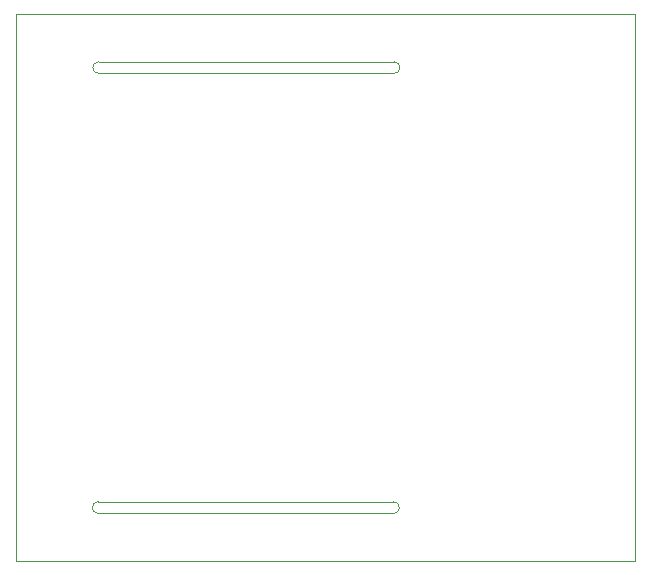
<source format=gbr>
%TF.GenerationSoftware,KiCad,Pcbnew,(6.0.0)*%
%TF.CreationDate,2022-02-22T11:37:22+00:00*%
%TF.ProjectId,Tracer,54726163-6572-42e6-9b69-6361645f7063,A*%
%TF.SameCoordinates,Original*%
%TF.FileFunction,Profile,NP*%
%FSLAX46Y46*%
G04 Gerber Fmt 4.6, Leading zero omitted, Abs format (unit mm)*
G04 Created by KiCad (PCBNEW (6.0.0)) date 2022-02-22 11:37:22*
%MOMM*%
%LPD*%
G01*
G04 APERTURE LIST*
%TA.AperFunction,Profile*%
%ADD10C,0.100000*%
%TD*%
G04 APERTURE END LIST*
D10*
X135000000Y-77150000D02*
X160000000Y-77150000D01*
X135000000Y-77150000D02*
G75*
G03*
X135000000Y-78150000I0J-500000D01*
G01*
X134950000Y-114400000D02*
X159950000Y-114400000D01*
X128000000Y-119400000D02*
X180400000Y-119400000D01*
X159950000Y-115400000D02*
G75*
G03*
X159950000Y-114400000I0J500000D01*
G01*
X128000000Y-73100000D02*
X180400000Y-73100000D01*
X134950000Y-115400000D02*
X159950000Y-115400000D01*
X128000000Y-73100000D02*
X128000000Y-119400000D01*
X135000000Y-78150000D02*
X160000000Y-78150000D01*
X134950000Y-114400000D02*
G75*
G03*
X134950000Y-115400000I0J-500000D01*
G01*
X180400000Y-119400000D02*
X180400000Y-73100000D01*
X160000000Y-78150000D02*
G75*
G03*
X160000000Y-77150000I0J500000D01*
G01*
M02*

</source>
